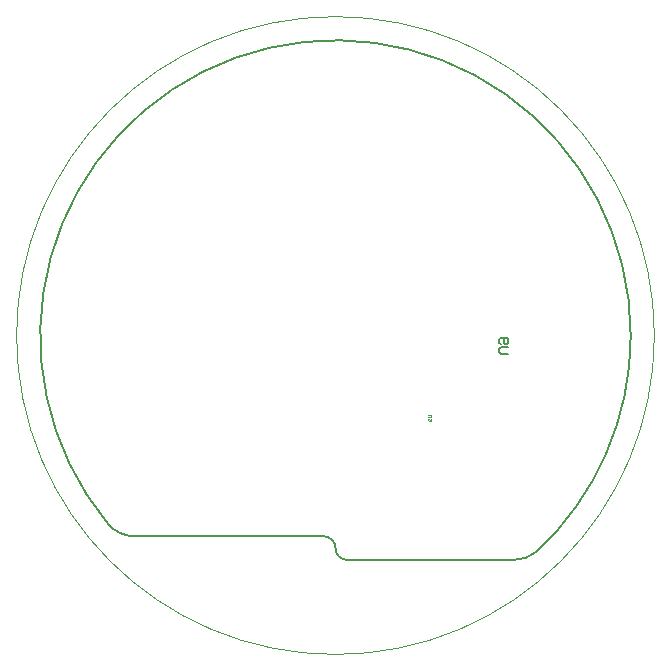
<source format=gm1>
G04*
G04 #@! TF.GenerationSoftware,Altium Limited,Altium Designer,24.4.1 (13)*
G04*
G04 Layer_Color=16711935*
%FSLAX44Y44*%
%MOMM*%
G71*
G04*
G04 #@! TF.SameCoordinates,80C5A69E-986F-416B-A988-7B454DC68AB1*
G04*
G04*
G04 #@! TF.FilePolarity,Positive*
G04*
G01*
G75*
%ADD11C,0.1000*%
%ADD15C,0.1500*%
%ADD124C,0.1600*%
%ADD125C,0.0500*%
D11*
X270000Y0D02*
G03*
X270000Y0I-270000J0D01*
G01*
D15*
X170313Y-183013D02*
G03*
X250000Y-0I-170313J183013D01*
G01*
X-192731Y-159284D02*
G03*
X-169750Y-170000I22981J19284D01*
G01*
X151000Y-190000D02*
G03*
X170284Y-182981I0J30000D01*
G01*
X250000Y-0D02*
G03*
X-192706Y-159262I-250000J0D01*
G01*
X0Y-180000D02*
G03*
X10000Y-190000I10000J-0D01*
G01*
X0Y-180000D02*
G03*
X-10000Y-170000I-10000J0D01*
G01*
X10000Y-190000D02*
X151000D01*
X-169750Y-170000D02*
X-10000Y-170002D01*
D124*
X146497Y-15240D02*
X139833D01*
X138500Y-13907D01*
Y-11241D01*
X139833Y-9908D01*
X146497D01*
X139833Y-7243D02*
X138500Y-5910D01*
Y-3244D01*
X139833Y-1911D01*
X145164D01*
X146497Y-3244D01*
Y-5910D01*
X145164Y-7243D01*
X143832D01*
X142499Y-5910D01*
Y-1911D01*
D125*
X78271Y-67380D02*
X80770D01*
X81270Y-67880D01*
Y-68879D01*
X80770Y-69379D01*
X78271D01*
X78771Y-70379D02*
X78271Y-70879D01*
Y-71878D01*
X78771Y-72378D01*
X79271D01*
X79770Y-71878D01*
Y-71379D01*
Y-71878D01*
X80270Y-72378D01*
X80770D01*
X81270Y-71878D01*
Y-70879D01*
X80770Y-70379D01*
M02*

</source>
